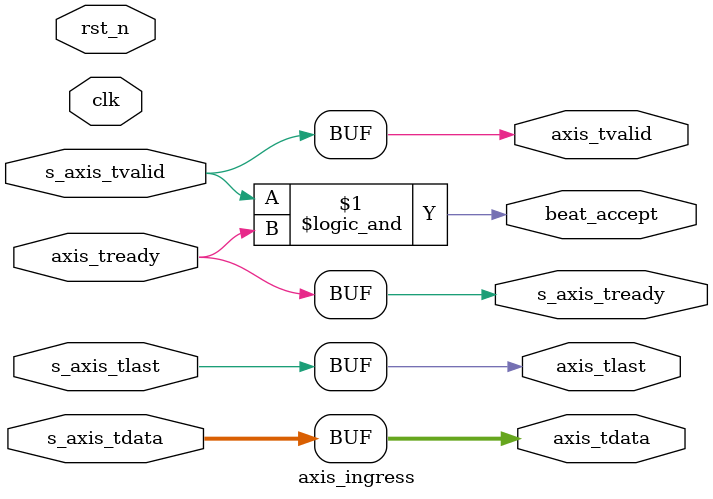
<source format=sv>

`timescale 1ns/1ps

module axis_ingress #(
  parameter int DATA_WIDTH = 64
)(
  input  logic                   clk,
  input  logic                   rst_n,

  // AXI4-Stream input (from MAC or upstream block)
  input  logic [DATA_WIDTH-1:0]  s_axis_tdata,
  input  logic                   s_axis_tvalid,
  output logic                   s_axis_tready,
  input  logic                   s_axis_tlast,

  // Internal stream output (to parser pipeline)
  output logic [DATA_WIDTH-1:0]  axis_tdata,
  output logic                   axis_tvalid,
  input  logic                   axis_tready,
  output logic                   axis_tlast,

  // Handshake indicator for downstream logic
  output logic                   beat_accept
);

  // ----------------------------------------------------------
  // AXI handshake logic
  // ----------------------------------------------------------
  //
  // This module does not buffer data. It purely enforces
  // AXI4-Stream handshake correctness and propagates
  // backpressure cleanly.
  //

  assign s_axis_tready = axis_tready;

  assign axis_tdata  = s_axis_tdata;
  assign axis_tvalid = s_axis_tvalid;
  assign axis_tlast  = s_axis_tlast;

  // A beat is accepted only when both sides agree
  assign beat_accept = s_axis_tvalid && s_axis_tready;

endmodule

</source>
